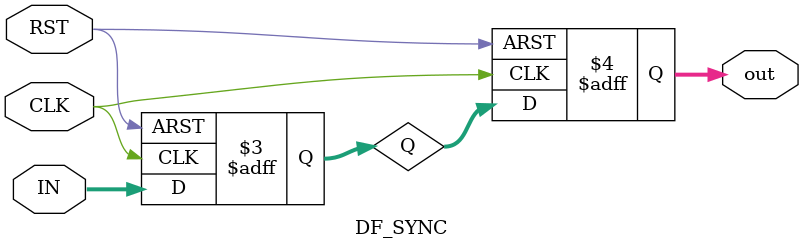
<source format=v>

module DF_SYNC(
  input CLK,RST,
  input [3:0] IN,
  output reg [3:0] out
  );
  
  reg [3 : 0] Q;
  
  always @(posedge CLK or negedge RST)
  begin
    
    if(!RST)
      begin
        out <= 3'd0;
        Q <= 3'd0;
      end
      
    else
      begin
        Q <= IN;
        out <= Q;
      end
      
  end
  
  
endmodule


</source>
